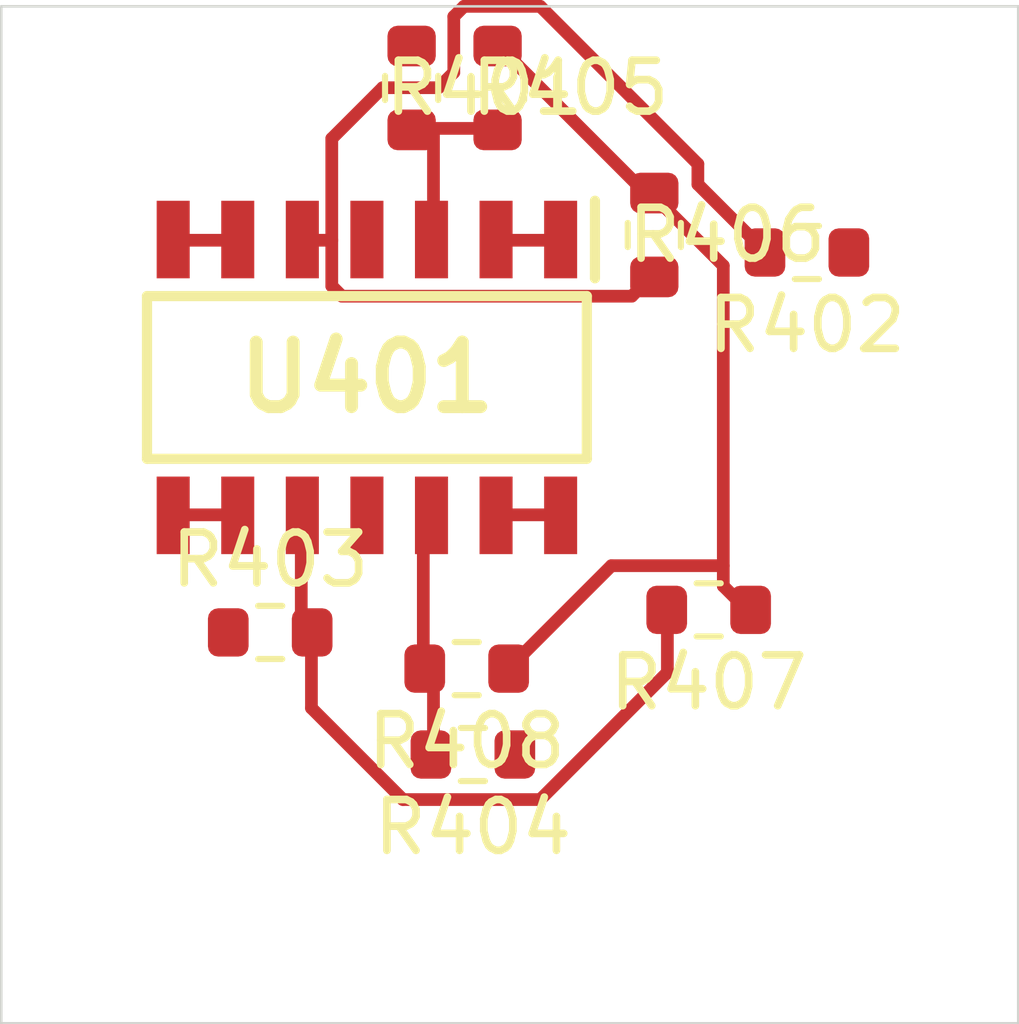
<source format=kicad_pcb>
 ( kicad_pcb  ( version 20171130 )
 ( host pcbnew 5.1.12-84ad8e8a86~92~ubuntu18.04.1 )
 ( general  ( thickness 1.6 )
 ( drawings 4 )
 ( tracks 0 )
 ( zones 0 )
 ( modules 9 )
 ( nets 14 )
)
 ( page A4 )
 ( layers  ( 0 F.Cu signal )
 ( 31 B.Cu signal )
 ( 32 B.Adhes user )
 ( 33 F.Adhes user )
 ( 34 B.Paste user )
 ( 35 F.Paste user )
 ( 36 B.SilkS user )
 ( 37 F.SilkS user )
 ( 38 B.Mask user )
 ( 39 F.Mask user )
 ( 40 Dwgs.User user )
 ( 41 Cmts.User user )
 ( 42 Eco1.User user )
 ( 43 Eco2.User user )
 ( 44 Edge.Cuts user )
 ( 45 Margin user )
 ( 46 B.CrtYd user )
 ( 47 F.CrtYd user )
 ( 48 B.Fab user )
 ( 49 F.Fab user )
)
 ( setup  ( last_trace_width 0.25 )
 ( trace_clearance 0.2 )
 ( zone_clearance 0.508 )
 ( zone_45_only no )
 ( trace_min 0.2 )
 ( via_size 0.8 )
 ( via_drill 0.4 )
 ( via_min_size 0.4 )
 ( via_min_drill 0.3 )
 ( uvia_size 0.3 )
 ( uvia_drill 0.1 )
 ( uvias_allowed no )
 ( uvia_min_size 0.2 )
 ( uvia_min_drill 0.1 )
 ( edge_width 0.05 )
 ( segment_width 0.2 )
 ( pcb_text_width 0.3 )
 ( pcb_text_size 1.5 1.5 )
 ( mod_edge_width 0.12 )
 ( mod_text_size 1 1 )
 ( mod_text_width 0.15 )
 ( pad_size 1.524 1.524 )
 ( pad_drill 0.762 )
 ( pad_to_mask_clearance 0 )
 ( aux_axis_origin 0 0 )
 ( visible_elements FFFFFF7F )
 ( pcbplotparams  ( layerselection 0x010fc_ffffffff )
 ( usegerberextensions false )
 ( usegerberattributes true )
 ( usegerberadvancedattributes true )
 ( creategerberjobfile true )
 ( excludeedgelayer true )
 ( linewidth 0.100000 )
 ( plotframeref false )
 ( viasonmask false )
 ( mode 1 )
 ( useauxorigin false )
 ( hpglpennumber 1 )
 ( hpglpenspeed 20 )
 ( hpglpendiameter 15.000000 )
 ( psnegative false )
 ( psa4output false )
 ( plotreference true )
 ( plotvalue true )
 ( plotinvisibletext false )
 ( padsonsilk false )
 ( subtractmaskfromsilk false )
 ( outputformat 1 )
 ( mirror false )
 ( drillshape 1 )
 ( scaleselection 1 )
 ( outputdirectory "" )
)
)
 ( net 0 "" )
 ( net 1 /Sheet6235D886/vp )
 ( net 2 /Sheet6248AD22/chn0 )
 ( net 3 /Sheet6248AD22/chn1 )
 ( net 4 /Sheet6248AD22/chn2 )
 ( net 5 /Sheet6248AD22/chn3 )
 ( net 6 "Net-(R401-Pad2)" )
 ( net 7 "Net-(R402-Pad2)" )
 ( net 8 "Net-(R403-Pad2)" )
 ( net 9 "Net-(R404-Pad2)" )
 ( net 10 /Sheet6248AD22/chn0_n )
 ( net 11 /Sheet6248AD22/chn1_n )
 ( net 12 /Sheet6248AD22/chn2_n )
 ( net 13 /Sheet6248AD22/chn3_n )
 ( net_class Default "This is the default net class."  ( clearance 0.2 )
 ( trace_width 0.25 )
 ( via_dia 0.8 )
 ( via_drill 0.4 )
 ( uvia_dia 0.3 )
 ( uvia_drill 0.1 )
 ( add_net /Sheet6235D886/vp )
 ( add_net /Sheet6248AD22/chn0 )
 ( add_net /Sheet6248AD22/chn0_n )
 ( add_net /Sheet6248AD22/chn1 )
 ( add_net /Sheet6248AD22/chn1_n )
 ( add_net /Sheet6248AD22/chn2 )
 ( add_net /Sheet6248AD22/chn2_n )
 ( add_net /Sheet6248AD22/chn3 )
 ( add_net /Sheet6248AD22/chn3_n )
 ( add_net "Net-(R401-Pad2)" )
 ( add_net "Net-(R402-Pad2)" )
 ( add_net "Net-(R403-Pad2)" )
 ( add_net "Net-(R404-Pad2)" )
)
 ( module Resistor_SMD:R_0603_1608Metric  ( layer F.Cu )
 ( tedit 5F68FEEE )
 ( tstamp 623425C8 )
 ( at 88.070161 101.605000 270.000000 )
 ( descr "Resistor SMD 0603 (1608 Metric), square (rectangular) end terminal, IPC_7351 nominal, (Body size source: IPC-SM-782 page 72, https://www.pcb-3d.com/wordpress/wp-content/uploads/ipc-sm-782a_amendment_1_and_2.pdf), generated with kicad-footprint-generator" )
 ( tags resistor )
 ( path /6248AD23/6249ADFD )
 ( attr smd )
 ( fp_text reference R401  ( at 0 -1.43 )
 ( layer F.SilkS )
 ( effects  ( font  ( size 1 1 )
 ( thickness 0.15 )
)
)
)
 ( fp_text value 10M  ( at 0 1.43 )
 ( layer F.Fab )
 ( effects  ( font  ( size 1 1 )
 ( thickness 0.15 )
)
)
)
 ( fp_line  ( start -0.8 0.4125 )
 ( end -0.8 -0.4125 )
 ( layer F.Fab )
 ( width 0.1 )
)
 ( fp_line  ( start -0.8 -0.4125 )
 ( end 0.8 -0.4125 )
 ( layer F.Fab )
 ( width 0.1 )
)
 ( fp_line  ( start 0.8 -0.4125 )
 ( end 0.8 0.4125 )
 ( layer F.Fab )
 ( width 0.1 )
)
 ( fp_line  ( start 0.8 0.4125 )
 ( end -0.8 0.4125 )
 ( layer F.Fab )
 ( width 0.1 )
)
 ( fp_line  ( start -0.237258 -0.5225 )
 ( end 0.237258 -0.5225 )
 ( layer F.SilkS )
 ( width 0.12 )
)
 ( fp_line  ( start -0.237258 0.5225 )
 ( end 0.237258 0.5225 )
 ( layer F.SilkS )
 ( width 0.12 )
)
 ( fp_line  ( start -1.48 0.73 )
 ( end -1.48 -0.73 )
 ( layer F.CrtYd )
 ( width 0.05 )
)
 ( fp_line  ( start -1.48 -0.73 )
 ( end 1.48 -0.73 )
 ( layer F.CrtYd )
 ( width 0.05 )
)
 ( fp_line  ( start 1.48 -0.73 )
 ( end 1.48 0.73 )
 ( layer F.CrtYd )
 ( width 0.05 )
)
 ( fp_line  ( start 1.48 0.73 )
 ( end -1.48 0.73 )
 ( layer F.CrtYd )
 ( width 0.05 )
)
 ( fp_text user %R  ( at 0 0 )
 ( layer F.Fab )
 ( effects  ( font  ( size 0.4 0.4 )
 ( thickness 0.06 )
)
)
)
 ( pad 2 smd roundrect  ( at 0.825 0 270.000000 )
 ( size 0.8 0.95 )
 ( layers F.Cu F.Mask F.Paste )
 ( roundrect_rratio 0.25 )
 ( net 6 "Net-(R401-Pad2)" )
)
 ( pad 1 smd roundrect  ( at -0.825 0 270.000000 )
 ( size 0.8 0.95 )
 ( layers F.Cu F.Mask F.Paste )
 ( roundrect_rratio 0.25 )
 ( net 10 /Sheet6248AD22/chn0_n )
)
 ( model ${KISYS3DMOD}/Resistor_SMD.3dshapes/R_0603_1608Metric.wrl  ( at  ( xyz 0 0 0 )
)
 ( scale  ( xyz 1 1 1 )
)
 ( rotate  ( xyz 0 0 0 )
)
)
)
 ( module Resistor_SMD:R_0603_1608Metric  ( layer F.Cu )
 ( tedit 5F68FEEE )
 ( tstamp 623425D9 )
 ( at 95.844685 104.840641 180.000000 )
 ( descr "Resistor SMD 0603 (1608 Metric), square (rectangular) end terminal, IPC_7351 nominal, (Body size source: IPC-SM-782 page 72, https://www.pcb-3d.com/wordpress/wp-content/uploads/ipc-sm-782a_amendment_1_and_2.pdf), generated with kicad-footprint-generator" )
 ( tags resistor )
 ( path /6248AD23/6249B75E )
 ( attr smd )
 ( fp_text reference R402  ( at 0 -1.43 )
 ( layer F.SilkS )
 ( effects  ( font  ( size 1 1 )
 ( thickness 0.15 )
)
)
)
 ( fp_text value 10M  ( at 0 1.43 )
 ( layer F.Fab )
 ( effects  ( font  ( size 1 1 )
 ( thickness 0.15 )
)
)
)
 ( fp_line  ( start 1.48 0.73 )
 ( end -1.48 0.73 )
 ( layer F.CrtYd )
 ( width 0.05 )
)
 ( fp_line  ( start 1.48 -0.73 )
 ( end 1.48 0.73 )
 ( layer F.CrtYd )
 ( width 0.05 )
)
 ( fp_line  ( start -1.48 -0.73 )
 ( end 1.48 -0.73 )
 ( layer F.CrtYd )
 ( width 0.05 )
)
 ( fp_line  ( start -1.48 0.73 )
 ( end -1.48 -0.73 )
 ( layer F.CrtYd )
 ( width 0.05 )
)
 ( fp_line  ( start -0.237258 0.5225 )
 ( end 0.237258 0.5225 )
 ( layer F.SilkS )
 ( width 0.12 )
)
 ( fp_line  ( start -0.237258 -0.5225 )
 ( end 0.237258 -0.5225 )
 ( layer F.SilkS )
 ( width 0.12 )
)
 ( fp_line  ( start 0.8 0.4125 )
 ( end -0.8 0.4125 )
 ( layer F.Fab )
 ( width 0.1 )
)
 ( fp_line  ( start 0.8 -0.4125 )
 ( end 0.8 0.4125 )
 ( layer F.Fab )
 ( width 0.1 )
)
 ( fp_line  ( start -0.8 -0.4125 )
 ( end 0.8 -0.4125 )
 ( layer F.Fab )
 ( width 0.1 )
)
 ( fp_line  ( start -0.8 0.4125 )
 ( end -0.8 -0.4125 )
 ( layer F.Fab )
 ( width 0.1 )
)
 ( fp_text user %R  ( at 0 0 )
 ( layer F.Fab )
 ( effects  ( font  ( size 0.4 0.4 )
 ( thickness 0.06 )
)
)
)
 ( pad 1 smd roundrect  ( at -0.825 0 180.000000 )
 ( size 0.8 0.95 )
 ( layers F.Cu F.Mask F.Paste )
 ( roundrect_rratio 0.25 )
 ( net 11 /Sheet6248AD22/chn1_n )
)
 ( pad 2 smd roundrect  ( at 0.825 0 180.000000 )
 ( size 0.8 0.95 )
 ( layers F.Cu F.Mask F.Paste )
 ( roundrect_rratio 0.25 )
 ( net 7 "Net-(R402-Pad2)" )
)
 ( model ${KISYS3DMOD}/Resistor_SMD.3dshapes/R_0603_1608Metric.wrl  ( at  ( xyz 0 0 0 )
)
 ( scale  ( xyz 1 1 1 )
)
 ( rotate  ( xyz 0 0 0 )
)
)
)
 ( module Resistor_SMD:R_0603_1608Metric  ( layer F.Cu )
 ( tedit 5F68FEEE )
 ( tstamp 623425EA )
 ( at 85.289319 112.312544 )
 ( descr "Resistor SMD 0603 (1608 Metric), square (rectangular) end terminal, IPC_7351 nominal, (Body size source: IPC-SM-782 page 72, https://www.pcb-3d.com/wordpress/wp-content/uploads/ipc-sm-782a_amendment_1_and_2.pdf), generated with kicad-footprint-generator" )
 ( tags resistor )
 ( path /6248AD23/6249FB7A )
 ( attr smd )
 ( fp_text reference R403  ( at 0 -1.43 )
 ( layer F.SilkS )
 ( effects  ( font  ( size 1 1 )
 ( thickness 0.15 )
)
)
)
 ( fp_text value 10M  ( at 0 1.43 )
 ( layer F.Fab )
 ( effects  ( font  ( size 1 1 )
 ( thickness 0.15 )
)
)
)
 ( fp_line  ( start 1.48 0.73 )
 ( end -1.48 0.73 )
 ( layer F.CrtYd )
 ( width 0.05 )
)
 ( fp_line  ( start 1.48 -0.73 )
 ( end 1.48 0.73 )
 ( layer F.CrtYd )
 ( width 0.05 )
)
 ( fp_line  ( start -1.48 -0.73 )
 ( end 1.48 -0.73 )
 ( layer F.CrtYd )
 ( width 0.05 )
)
 ( fp_line  ( start -1.48 0.73 )
 ( end -1.48 -0.73 )
 ( layer F.CrtYd )
 ( width 0.05 )
)
 ( fp_line  ( start -0.237258 0.5225 )
 ( end 0.237258 0.5225 )
 ( layer F.SilkS )
 ( width 0.12 )
)
 ( fp_line  ( start -0.237258 -0.5225 )
 ( end 0.237258 -0.5225 )
 ( layer F.SilkS )
 ( width 0.12 )
)
 ( fp_line  ( start 0.8 0.4125 )
 ( end -0.8 0.4125 )
 ( layer F.Fab )
 ( width 0.1 )
)
 ( fp_line  ( start 0.8 -0.4125 )
 ( end 0.8 0.4125 )
 ( layer F.Fab )
 ( width 0.1 )
)
 ( fp_line  ( start -0.8 -0.4125 )
 ( end 0.8 -0.4125 )
 ( layer F.Fab )
 ( width 0.1 )
)
 ( fp_line  ( start -0.8 0.4125 )
 ( end -0.8 -0.4125 )
 ( layer F.Fab )
 ( width 0.1 )
)
 ( fp_text user %R  ( at 0 0 )
 ( layer F.Fab )
 ( effects  ( font  ( size 0.4 0.4 )
 ( thickness 0.06 )
)
)
)
 ( pad 1 smd roundrect  ( at -0.825 0 )
 ( size 0.8 0.95 )
 ( layers F.Cu F.Mask F.Paste )
 ( roundrect_rratio 0.25 )
 ( net 12 /Sheet6248AD22/chn2_n )
)
 ( pad 2 smd roundrect  ( at 0.825 0 )
 ( size 0.8 0.95 )
 ( layers F.Cu F.Mask F.Paste )
 ( roundrect_rratio 0.25 )
 ( net 8 "Net-(R403-Pad2)" )
)
 ( model ${KISYS3DMOD}/Resistor_SMD.3dshapes/R_0603_1608Metric.wrl  ( at  ( xyz 0 0 0 )
)
 ( scale  ( xyz 1 1 1 )
)
 ( rotate  ( xyz 0 0 0 )
)
)
)
 ( module Resistor_SMD:R_0603_1608Metric  ( layer F.Cu )
 ( tedit 5F68FEEE )
 ( tstamp 623425FB )
 ( at 89.275319 114.713594 180.000000 )
 ( descr "Resistor SMD 0603 (1608 Metric), square (rectangular) end terminal, IPC_7351 nominal, (Body size source: IPC-SM-782 page 72, https://www.pcb-3d.com/wordpress/wp-content/uploads/ipc-sm-782a_amendment_1_and_2.pdf), generated with kicad-footprint-generator" )
 ( tags resistor )
 ( path /6248AD23/6249FB74 )
 ( attr smd )
 ( fp_text reference R404  ( at 0 -1.43 )
 ( layer F.SilkS )
 ( effects  ( font  ( size 1 1 )
 ( thickness 0.15 )
)
)
)
 ( fp_text value 10M  ( at 0 1.43 )
 ( layer F.Fab )
 ( effects  ( font  ( size 1 1 )
 ( thickness 0.15 )
)
)
)
 ( fp_line  ( start -0.8 0.4125 )
 ( end -0.8 -0.4125 )
 ( layer F.Fab )
 ( width 0.1 )
)
 ( fp_line  ( start -0.8 -0.4125 )
 ( end 0.8 -0.4125 )
 ( layer F.Fab )
 ( width 0.1 )
)
 ( fp_line  ( start 0.8 -0.4125 )
 ( end 0.8 0.4125 )
 ( layer F.Fab )
 ( width 0.1 )
)
 ( fp_line  ( start 0.8 0.4125 )
 ( end -0.8 0.4125 )
 ( layer F.Fab )
 ( width 0.1 )
)
 ( fp_line  ( start -0.237258 -0.5225 )
 ( end 0.237258 -0.5225 )
 ( layer F.SilkS )
 ( width 0.12 )
)
 ( fp_line  ( start -0.237258 0.5225 )
 ( end 0.237258 0.5225 )
 ( layer F.SilkS )
 ( width 0.12 )
)
 ( fp_line  ( start -1.48 0.73 )
 ( end -1.48 -0.73 )
 ( layer F.CrtYd )
 ( width 0.05 )
)
 ( fp_line  ( start -1.48 -0.73 )
 ( end 1.48 -0.73 )
 ( layer F.CrtYd )
 ( width 0.05 )
)
 ( fp_line  ( start 1.48 -0.73 )
 ( end 1.48 0.73 )
 ( layer F.CrtYd )
 ( width 0.05 )
)
 ( fp_line  ( start 1.48 0.73 )
 ( end -1.48 0.73 )
 ( layer F.CrtYd )
 ( width 0.05 )
)
 ( fp_text user %R  ( at 0 0 )
 ( layer F.Fab )
 ( effects  ( font  ( size 0.4 0.4 )
 ( thickness 0.06 )
)
)
)
 ( pad 2 smd roundrect  ( at 0.825 0 180.000000 )
 ( size 0.8 0.95 )
 ( layers F.Cu F.Mask F.Paste )
 ( roundrect_rratio 0.25 )
 ( net 9 "Net-(R404-Pad2)" )
)
 ( pad 1 smd roundrect  ( at -0.825 0 180.000000 )
 ( size 0.8 0.95 )
 ( layers F.Cu F.Mask F.Paste )
 ( roundrect_rratio 0.25 )
 ( net 13 /Sheet6248AD22/chn3_n )
)
 ( model ${KISYS3DMOD}/Resistor_SMD.3dshapes/R_0603_1608Metric.wrl  ( at  ( xyz 0 0 0 )
)
 ( scale  ( xyz 1 1 1 )
)
 ( rotate  ( xyz 0 0 0 )
)
)
)
 ( module Resistor_SMD:R_0603_1608Metric  ( layer F.Cu )
 ( tedit 5F68FEEE )
 ( tstamp 6234260C )
 ( at 89.760781 101.605000 270.000000 )
 ( descr "Resistor SMD 0603 (1608 Metric), square (rectangular) end terminal, IPC_7351 nominal, (Body size source: IPC-SM-782 page 72, https://www.pcb-3d.com/wordpress/wp-content/uploads/ipc-sm-782a_amendment_1_and_2.pdf), generated with kicad-footprint-generator" )
 ( tags resistor )
 ( path /6248AD23/62497F62 )
 ( attr smd )
 ( fp_text reference R405  ( at 0 -1.43 )
 ( layer F.SilkS )
 ( effects  ( font  ( size 1 1 )
 ( thickness 0.15 )
)
)
)
 ( fp_text value 750k  ( at 0 1.43 )
 ( layer F.Fab )
 ( effects  ( font  ( size 1 1 )
 ( thickness 0.15 )
)
)
)
 ( fp_line  ( start -0.8 0.4125 )
 ( end -0.8 -0.4125 )
 ( layer F.Fab )
 ( width 0.1 )
)
 ( fp_line  ( start -0.8 -0.4125 )
 ( end 0.8 -0.4125 )
 ( layer F.Fab )
 ( width 0.1 )
)
 ( fp_line  ( start 0.8 -0.4125 )
 ( end 0.8 0.4125 )
 ( layer F.Fab )
 ( width 0.1 )
)
 ( fp_line  ( start 0.8 0.4125 )
 ( end -0.8 0.4125 )
 ( layer F.Fab )
 ( width 0.1 )
)
 ( fp_line  ( start -0.237258 -0.5225 )
 ( end 0.237258 -0.5225 )
 ( layer F.SilkS )
 ( width 0.12 )
)
 ( fp_line  ( start -0.237258 0.5225 )
 ( end 0.237258 0.5225 )
 ( layer F.SilkS )
 ( width 0.12 )
)
 ( fp_line  ( start -1.48 0.73 )
 ( end -1.48 -0.73 )
 ( layer F.CrtYd )
 ( width 0.05 )
)
 ( fp_line  ( start -1.48 -0.73 )
 ( end 1.48 -0.73 )
 ( layer F.CrtYd )
 ( width 0.05 )
)
 ( fp_line  ( start 1.48 -0.73 )
 ( end 1.48 0.73 )
 ( layer F.CrtYd )
 ( width 0.05 )
)
 ( fp_line  ( start 1.48 0.73 )
 ( end -1.48 0.73 )
 ( layer F.CrtYd )
 ( width 0.05 )
)
 ( fp_text user %R  ( at 0 0 )
 ( layer F.Fab )
 ( effects  ( font  ( size 0.4 0.4 )
 ( thickness 0.06 )
)
)
)
 ( pad 2 smd roundrect  ( at 0.825 0 270.000000 )
 ( size 0.8 0.95 )
 ( layers F.Cu F.Mask F.Paste )
 ( roundrect_rratio 0.25 )
 ( net 6 "Net-(R401-Pad2)" )
)
 ( pad 1 smd roundrect  ( at -0.825 0 270.000000 )
 ( size 0.8 0.95 )
 ( layers F.Cu F.Mask F.Paste )
 ( roundrect_rratio 0.25 )
 ( net 1 /Sheet6235D886/vp )
)
 ( model ${KISYS3DMOD}/Resistor_SMD.3dshapes/R_0603_1608Metric.wrl  ( at  ( xyz 0 0 0 )
)
 ( scale  ( xyz 1 1 1 )
)
 ( rotate  ( xyz 0 0 0 )
)
)
)
 ( module Resistor_SMD:R_0603_1608Metric  ( layer F.Cu )
 ( tedit 5F68FEEE )
 ( tstamp 6234261D )
 ( at 92.843420 104.496422 270.000000 )
 ( descr "Resistor SMD 0603 (1608 Metric), square (rectangular) end terminal, IPC_7351 nominal, (Body size source: IPC-SM-782 page 72, https://www.pcb-3d.com/wordpress/wp-content/uploads/ipc-sm-782a_amendment_1_and_2.pdf), generated with kicad-footprint-generator" )
 ( tags resistor )
 ( path /6248AD23/62499098 )
 ( attr smd )
 ( fp_text reference R406  ( at 0 -1.43 )
 ( layer F.SilkS )
 ( effects  ( font  ( size 1 1 )
 ( thickness 0.15 )
)
)
)
 ( fp_text value 750k  ( at 0 1.43 )
 ( layer F.Fab )
 ( effects  ( font  ( size 1 1 )
 ( thickness 0.15 )
)
)
)
 ( fp_line  ( start 1.48 0.73 )
 ( end -1.48 0.73 )
 ( layer F.CrtYd )
 ( width 0.05 )
)
 ( fp_line  ( start 1.48 -0.73 )
 ( end 1.48 0.73 )
 ( layer F.CrtYd )
 ( width 0.05 )
)
 ( fp_line  ( start -1.48 -0.73 )
 ( end 1.48 -0.73 )
 ( layer F.CrtYd )
 ( width 0.05 )
)
 ( fp_line  ( start -1.48 0.73 )
 ( end -1.48 -0.73 )
 ( layer F.CrtYd )
 ( width 0.05 )
)
 ( fp_line  ( start -0.237258 0.5225 )
 ( end 0.237258 0.5225 )
 ( layer F.SilkS )
 ( width 0.12 )
)
 ( fp_line  ( start -0.237258 -0.5225 )
 ( end 0.237258 -0.5225 )
 ( layer F.SilkS )
 ( width 0.12 )
)
 ( fp_line  ( start 0.8 0.4125 )
 ( end -0.8 0.4125 )
 ( layer F.Fab )
 ( width 0.1 )
)
 ( fp_line  ( start 0.8 -0.4125 )
 ( end 0.8 0.4125 )
 ( layer F.Fab )
 ( width 0.1 )
)
 ( fp_line  ( start -0.8 -0.4125 )
 ( end 0.8 -0.4125 )
 ( layer F.Fab )
 ( width 0.1 )
)
 ( fp_line  ( start -0.8 0.4125 )
 ( end -0.8 -0.4125 )
 ( layer F.Fab )
 ( width 0.1 )
)
 ( fp_text user %R  ( at 0 0 )
 ( layer F.Fab )
 ( effects  ( font  ( size 0.4 0.4 )
 ( thickness 0.06 )
)
)
)
 ( pad 1 smd roundrect  ( at -0.825 0 270.000000 )
 ( size 0.8 0.95 )
 ( layers F.Cu F.Mask F.Paste )
 ( roundrect_rratio 0.25 )
 ( net 1 /Sheet6235D886/vp )
)
 ( pad 2 smd roundrect  ( at 0.825 0 270.000000 )
 ( size 0.8 0.95 )
 ( layers F.Cu F.Mask F.Paste )
 ( roundrect_rratio 0.25 )
 ( net 7 "Net-(R402-Pad2)" )
)
 ( model ${KISYS3DMOD}/Resistor_SMD.3dshapes/R_0603_1608Metric.wrl  ( at  ( xyz 0 0 0 )
)
 ( scale  ( xyz 1 1 1 )
)
 ( rotate  ( xyz 0 0 0 )
)
)
)
 ( module Resistor_SMD:R_0603_1608Metric  ( layer F.Cu )
 ( tedit 5F68FEEE )
 ( tstamp 6234262E )
 ( at 93.912566 111.868569 180.000000 )
 ( descr "Resistor SMD 0603 (1608 Metric), square (rectangular) end terminal, IPC_7351 nominal, (Body size source: IPC-SM-782 page 72, https://www.pcb-3d.com/wordpress/wp-content/uploads/ipc-sm-782a_amendment_1_and_2.pdf), generated with kicad-footprint-generator" )
 ( tags resistor )
 ( path /6248AD23/624A0FFB )
 ( attr smd )
 ( fp_text reference R407  ( at 0 -1.43 )
 ( layer F.SilkS )
 ( effects  ( font  ( size 1 1 )
 ( thickness 0.15 )
)
)
)
 ( fp_text value 1.5M  ( at 0 1.43 )
 ( layer F.Fab )
 ( effects  ( font  ( size 1 1 )
 ( thickness 0.15 )
)
)
)
 ( fp_line  ( start 1.48 0.73 )
 ( end -1.48 0.73 )
 ( layer F.CrtYd )
 ( width 0.05 )
)
 ( fp_line  ( start 1.48 -0.73 )
 ( end 1.48 0.73 )
 ( layer F.CrtYd )
 ( width 0.05 )
)
 ( fp_line  ( start -1.48 -0.73 )
 ( end 1.48 -0.73 )
 ( layer F.CrtYd )
 ( width 0.05 )
)
 ( fp_line  ( start -1.48 0.73 )
 ( end -1.48 -0.73 )
 ( layer F.CrtYd )
 ( width 0.05 )
)
 ( fp_line  ( start -0.237258 0.5225 )
 ( end 0.237258 0.5225 )
 ( layer F.SilkS )
 ( width 0.12 )
)
 ( fp_line  ( start -0.237258 -0.5225 )
 ( end 0.237258 -0.5225 )
 ( layer F.SilkS )
 ( width 0.12 )
)
 ( fp_line  ( start 0.8 0.4125 )
 ( end -0.8 0.4125 )
 ( layer F.Fab )
 ( width 0.1 )
)
 ( fp_line  ( start 0.8 -0.4125 )
 ( end 0.8 0.4125 )
 ( layer F.Fab )
 ( width 0.1 )
)
 ( fp_line  ( start -0.8 -0.4125 )
 ( end 0.8 -0.4125 )
 ( layer F.Fab )
 ( width 0.1 )
)
 ( fp_line  ( start -0.8 0.4125 )
 ( end -0.8 -0.4125 )
 ( layer F.Fab )
 ( width 0.1 )
)
 ( fp_text user %R  ( at 0 0 )
 ( layer F.Fab )
 ( effects  ( font  ( size 0.4 0.4 )
 ( thickness 0.06 )
)
)
)
 ( pad 1 smd roundrect  ( at -0.825 0 180.000000 )
 ( size 0.8 0.95 )
 ( layers F.Cu F.Mask F.Paste )
 ( roundrect_rratio 0.25 )
 ( net 1 /Sheet6235D886/vp )
)
 ( pad 2 smd roundrect  ( at 0.825 0 180.000000 )
 ( size 0.8 0.95 )
 ( layers F.Cu F.Mask F.Paste )
 ( roundrect_rratio 0.25 )
 ( net 8 "Net-(R403-Pad2)" )
)
 ( model ${KISYS3DMOD}/Resistor_SMD.3dshapes/R_0603_1608Metric.wrl  ( at  ( xyz 0 0 0 )
)
 ( scale  ( xyz 1 1 1 )
)
 ( rotate  ( xyz 0 0 0 )
)
)
)
 ( module Resistor_SMD:R_0603_1608Metric  ( layer F.Cu )
 ( tedit 5F68FEEE )
 ( tstamp 6234263F )
 ( at 89.153373 113.024443 180.000000 )
 ( descr "Resistor SMD 0603 (1608 Metric), square (rectangular) end terminal, IPC_7351 nominal, (Body size source: IPC-SM-782 page 72, https://www.pcb-3d.com/wordpress/wp-content/uploads/ipc-sm-782a_amendment_1_and_2.pdf), generated with kicad-footprint-generator" )
 ( tags resistor )
 ( path /6248AD23/624A093C )
 ( attr smd )
 ( fp_text reference R408  ( at 0 -1.43 )
 ( layer F.SilkS )
 ( effects  ( font  ( size 1 1 )
 ( thickness 0.15 )
)
)
)
 ( fp_text value 1.5M  ( at 0 1.43 )
 ( layer F.Fab )
 ( effects  ( font  ( size 1 1 )
 ( thickness 0.15 )
)
)
)
 ( fp_line  ( start -0.8 0.4125 )
 ( end -0.8 -0.4125 )
 ( layer F.Fab )
 ( width 0.1 )
)
 ( fp_line  ( start -0.8 -0.4125 )
 ( end 0.8 -0.4125 )
 ( layer F.Fab )
 ( width 0.1 )
)
 ( fp_line  ( start 0.8 -0.4125 )
 ( end 0.8 0.4125 )
 ( layer F.Fab )
 ( width 0.1 )
)
 ( fp_line  ( start 0.8 0.4125 )
 ( end -0.8 0.4125 )
 ( layer F.Fab )
 ( width 0.1 )
)
 ( fp_line  ( start -0.237258 -0.5225 )
 ( end 0.237258 -0.5225 )
 ( layer F.SilkS )
 ( width 0.12 )
)
 ( fp_line  ( start -0.237258 0.5225 )
 ( end 0.237258 0.5225 )
 ( layer F.SilkS )
 ( width 0.12 )
)
 ( fp_line  ( start -1.48 0.73 )
 ( end -1.48 -0.73 )
 ( layer F.CrtYd )
 ( width 0.05 )
)
 ( fp_line  ( start -1.48 -0.73 )
 ( end 1.48 -0.73 )
 ( layer F.CrtYd )
 ( width 0.05 )
)
 ( fp_line  ( start 1.48 -0.73 )
 ( end 1.48 0.73 )
 ( layer F.CrtYd )
 ( width 0.05 )
)
 ( fp_line  ( start 1.48 0.73 )
 ( end -1.48 0.73 )
 ( layer F.CrtYd )
 ( width 0.05 )
)
 ( fp_text user %R  ( at 0 0 )
 ( layer F.Fab )
 ( effects  ( font  ( size 0.4 0.4 )
 ( thickness 0.06 )
)
)
)
 ( pad 2 smd roundrect  ( at 0.825 0 180.000000 )
 ( size 0.8 0.95 )
 ( layers F.Cu F.Mask F.Paste )
 ( roundrect_rratio 0.25 )
 ( net 9 "Net-(R404-Pad2)" )
)
 ( pad 1 smd roundrect  ( at -0.825 0 180.000000 )
 ( size 0.8 0.95 )
 ( layers F.Cu F.Mask F.Paste )
 ( roundrect_rratio 0.25 )
 ( net 1 /Sheet6235D886/vp )
)
 ( model ${KISYS3DMOD}/Resistor_SMD.3dshapes/R_0603_1608Metric.wrl  ( at  ( xyz 0 0 0 )
)
 ( scale  ( xyz 1 1 1 )
)
 ( rotate  ( xyz 0 0 0 )
)
)
)
 ( module TL074HIDR:SOIC127P600X175-14N locked  ( layer F.Cu )
 ( tedit 62336F37 )
 ( tstamp 62342709 )
 ( at 87.191000 107.298000 270.000000 )
 ( descr "D (-R-PDSO-G14)" )
 ( tags "Integrated Circuit" )
 ( path /6248AD23/624976B2 )
 ( attr smd )
 ( fp_text reference U401  ( at 0 0 )
 ( layer F.SilkS )
 ( effects  ( font  ( size 1.27 1.27 )
 ( thickness 0.254 )
)
)
)
 ( fp_text value TL074  ( at 0 0 )
 ( layer F.SilkS )
hide  ( effects  ( font  ( size 1.27 1.27 )
 ( thickness 0.254 )
)
)
)
 ( fp_line  ( start -3.725 -4.625 )
 ( end 3.725 -4.625 )
 ( layer Dwgs.User )
 ( width 0.05 )
)
 ( fp_line  ( start 3.725 -4.625 )
 ( end 3.725 4.625 )
 ( layer Dwgs.User )
 ( width 0.05 )
)
 ( fp_line  ( start 3.725 4.625 )
 ( end -3.725 4.625 )
 ( layer Dwgs.User )
 ( width 0.05 )
)
 ( fp_line  ( start -3.725 4.625 )
 ( end -3.725 -4.625 )
 ( layer Dwgs.User )
 ( width 0.05 )
)
 ( fp_line  ( start -1.95 -4.325 )
 ( end 1.95 -4.325 )
 ( layer Dwgs.User )
 ( width 0.1 )
)
 ( fp_line  ( start 1.95 -4.325 )
 ( end 1.95 4.325 )
 ( layer Dwgs.User )
 ( width 0.1 )
)
 ( fp_line  ( start 1.95 4.325 )
 ( end -1.95 4.325 )
 ( layer Dwgs.User )
 ( width 0.1 )
)
 ( fp_line  ( start -1.95 4.325 )
 ( end -1.95 -4.325 )
 ( layer Dwgs.User )
 ( width 0.1 )
)
 ( fp_line  ( start -1.95 -3.055 )
 ( end -0.68 -4.325 )
 ( layer Dwgs.User )
 ( width 0.1 )
)
 ( fp_line  ( start -1.6 -4.325 )
 ( end 1.6 -4.325 )
 ( layer F.SilkS )
 ( width 0.2 )
)
 ( fp_line  ( start 1.6 -4.325 )
 ( end 1.6 4.325 )
 ( layer F.SilkS )
 ( width 0.2 )
)
 ( fp_line  ( start 1.6 4.325 )
 ( end -1.6 4.325 )
 ( layer F.SilkS )
 ( width 0.2 )
)
 ( fp_line  ( start -1.6 4.325 )
 ( end -1.6 -4.325 )
 ( layer F.SilkS )
 ( width 0.2 )
)
 ( fp_line  ( start -3.475 -4.485 )
 ( end -1.95 -4.485 )
 ( layer F.SilkS )
 ( width 0.2 )
)
 ( pad 1 smd rect  ( at -2.712 -3.81 )
 ( size 0.65 1.525 )
 ( layers F.Cu F.Mask F.Paste )
 ( net 2 /Sheet6248AD22/chn0 )
)
 ( pad 2 smd rect  ( at -2.712 -2.54 )
 ( size 0.65 1.525 )
 ( layers F.Cu F.Mask F.Paste )
 ( net 2 /Sheet6248AD22/chn0 )
)
 ( pad 3 smd rect  ( at -2.712 -1.27 )
 ( size 0.65 1.525 )
 ( layers F.Cu F.Mask F.Paste )
 ( net 6 "Net-(R401-Pad2)" )
)
 ( pad 4 smd rect  ( at -2.712 0 )
 ( size 0.65 1.525 )
 ( layers F.Cu F.Mask F.Paste )
)
 ( pad 5 smd rect  ( at -2.712 1.27 )
 ( size 0.65 1.525 )
 ( layers F.Cu F.Mask F.Paste )
 ( net 7 "Net-(R402-Pad2)" )
)
 ( pad 6 smd rect  ( at -2.712 2.54 )
 ( size 0.65 1.525 )
 ( layers F.Cu F.Mask F.Paste )
 ( net 3 /Sheet6248AD22/chn1 )
)
 ( pad 7 smd rect  ( at -2.712 3.81 )
 ( size 0.65 1.525 )
 ( layers F.Cu F.Mask F.Paste )
 ( net 3 /Sheet6248AD22/chn1 )
)
 ( pad 8 smd rect  ( at 2.712 3.81 )
 ( size 0.65 1.525 )
 ( layers F.Cu F.Mask F.Paste )
 ( net 4 /Sheet6248AD22/chn2 )
)
 ( pad 9 smd rect  ( at 2.712 2.54 )
 ( size 0.65 1.525 )
 ( layers F.Cu F.Mask F.Paste )
 ( net 4 /Sheet6248AD22/chn2 )
)
 ( pad 10 smd rect  ( at 2.712 1.27 )
 ( size 0.65 1.525 )
 ( layers F.Cu F.Mask F.Paste )
 ( net 8 "Net-(R403-Pad2)" )
)
 ( pad 11 smd rect  ( at 2.712 0 )
 ( size 0.65 1.525 )
 ( layers F.Cu F.Mask F.Paste )
)
 ( pad 12 smd rect  ( at 2.712 -1.27 )
 ( size 0.65 1.525 )
 ( layers F.Cu F.Mask F.Paste )
 ( net 9 "Net-(R404-Pad2)" )
)
 ( pad 13 smd rect  ( at 2.712 -2.54 )
 ( size 0.65 1.525 )
 ( layers F.Cu F.Mask F.Paste )
 ( net 5 /Sheet6248AD22/chn3 )
)
 ( pad 14 smd rect  ( at 2.712 -3.81 )
 ( size 0.65 1.525 )
 ( layers F.Cu F.Mask F.Paste )
 ( net 5 /Sheet6248AD22/chn3 )
)
)
 ( gr_line  ( start 100 100 )
 ( end 100 120 )
 ( layer Edge.Cuts )
 ( width 0.05 )
 ( tstamp 62E76D2A )
)
 ( gr_line  ( start 80 120 )
 ( end 100 120 )
 ( layer Edge.Cuts )
 ( width 0.05 )
 ( tstamp 62E76D27 )
)
 ( gr_line  ( start 80 100 )
 ( end 80 120 )
 ( layer Edge.Cuts )
 ( width 0.05 )
 ( tstamp 6234110C )
)
 ( gr_line  ( start 80 100 )
 ( end 100 100 )
 ( layer Edge.Cuts )
 ( width 0.05 )
)
 ( segment  ( start 92.800001 103.700002 )
 ( end 92.700001 103.700002 )
 ( width 0.250000 )
 ( layer F.Cu )
 ( net 1 )
)
 ( segment  ( start 92.700001 103.700002 )
 ( end 89.800001 100.800002 )
 ( width 0.250000 )
 ( layer F.Cu )
 ( net 1 )
)
 ( segment  ( start 94.700001 111.900002 )
 ( end 94.200001 111.400002 )
 ( width 0.250000 )
 ( layer F.Cu )
 ( net 1 )
)
 ( segment  ( start 94.200001 111.400002 )
 ( end 94.200001 105.100002 )
 ( width 0.250000 )
 ( layer F.Cu )
 ( net 1 )
)
 ( segment  ( start 94.200001 105.100002 )
 ( end 92.800001 103.700002 )
 ( width 0.250000 )
 ( layer F.Cu )
 ( net 1 )
)
 ( segment  ( start 90.000001 113.000002 )
 ( end 92.000001 111.000002 )
 ( width 0.250000 )
 ( layer F.Cu )
 ( net 1 )
)
 ( segment  ( start 92.000001 111.000002 )
 ( end 94.200001 111.000002 )
 ( width 0.250000 )
 ( layer F.Cu )
 ( net 1 )
)
 ( segment  ( start 89.700001 104.600002 )
 ( end 91.000001 104.600002 )
 ( width 0.250000 )
 ( layer F.Cu )
 ( net 2 )
)
 ( segment  ( start 83.400001 104.600002 )
 ( end 84.700001 104.600002 )
 ( width 0.250000 )
 ( layer F.Cu )
 ( net 3 )
)
 ( segment  ( start 84.700001 110.000002 )
 ( end 83.400001 110.000002 )
 ( width 0.250000 )
 ( layer F.Cu )
 ( net 4 )
)
 ( segment  ( start 91.000001 110.000002 )
 ( end 89.700001 110.000002 )
 ( width 0.250000 )
 ( layer F.Cu )
 ( net 5 )
)
 ( segment  ( start 89.800001 102.400002 )
 ( end 88.100001 102.400002 )
 ( width 0.250000 )
 ( layer F.Cu )
 ( net 6 )
)
 ( segment  ( start 88.500001 104.600002 )
 ( end 88.500001 102.400002 )
 ( width 0.250000 )
 ( layer F.Cu )
 ( net 6 )
)
 ( segment  ( start 92.800001 105.300002 )
 ( end 92.400001 105.700002 )
 ( width 0.250000 )
 ( layer F.Cu )
 ( net 7 )
)
 ( segment  ( start 92.400001 105.700002 )
 ( end 86.700001 105.700002 )
 ( width 0.250000 )
 ( layer F.Cu )
 ( net 7 )
)
 ( segment  ( start 86.700001 105.700002 )
 ( end 86.500001 105.500002 )
 ( width 0.250000 )
 ( layer F.Cu )
 ( net 7 )
)
 ( segment  ( start 86.500001 105.500002 )
 ( end 86.500001 102.600002 )
 ( width 0.250000 )
 ( layer F.Cu )
 ( net 7 )
)
 ( segment  ( start 86.500001 102.600002 )
 ( end 87.500001 101.600002 )
 ( width 0.250000 )
 ( layer F.Cu )
 ( net 7 )
)
 ( segment  ( start 87.500001 101.600002 )
 ( end 88.600001 101.600002 )
 ( width 0.250000 )
 ( layer F.Cu )
 ( net 7 )
)
 ( segment  ( start 88.600001 101.600002 )
 ( end 88.900001 101.300002 )
 ( width 0.250000 )
 ( layer F.Cu )
 ( net 7 )
)
 ( segment  ( start 88.900001 101.300002 )
 ( end 88.900001 100.200001 )
 ( width 0.250000 )
 ( layer F.Cu )
 ( net 7 )
)
 ( segment  ( start 88.900001 100.200001 )
 ( end 89.100001 100.000001 )
 ( width 0.250000 )
 ( layer F.Cu )
 ( net 7 )
)
 ( segment  ( start 89.100001 100.000001 )
 ( end 90.600001 100.000001 )
 ( width 0.250000 )
 ( layer F.Cu )
 ( net 7 )
)
 ( segment  ( start 90.600001 100.000001 )
 ( end 93.700001 103.100002 )
 ( width 0.250000 )
 ( layer F.Cu )
 ( net 7 )
)
 ( segment  ( start 93.700001 103.100002 )
 ( end 93.700001 103.500002 )
 ( width 0.250000 )
 ( layer F.Cu )
 ( net 7 )
)
 ( segment  ( start 93.700001 103.500002 )
 ( end 95.000001 104.800002 )
 ( width 0.250000 )
 ( layer F.Cu )
 ( net 7 )
)
 ( segment  ( start 85.900001 104.600002 )
 ( end 86.500001 104.600002 )
 ( width 0.250000 )
 ( layer F.Cu )
 ( net 7 )
)
 ( segment  ( start 93.100001 111.900002 )
 ( end 93.100001 113.100002 )
 ( width 0.250000 )
 ( layer F.Cu )
 ( net 8 )
)
 ( segment  ( start 93.100001 113.100002 )
 ( end 90.600001 115.600002 )
 ( width 0.250000 )
 ( layer F.Cu )
 ( net 8 )
)
 ( segment  ( start 90.600001 115.600002 )
 ( end 87.900001 115.600002 )
 ( width 0.250000 )
 ( layer F.Cu )
 ( net 8 )
)
 ( segment  ( start 87.900001 115.600002 )
 ( end 86.100001 113.800002 )
 ( width 0.250000 )
 ( layer F.Cu )
 ( net 8 )
)
 ( segment  ( start 86.100001 113.800002 )
 ( end 86.100001 112.300002 )
 ( width 0.250000 )
 ( layer F.Cu )
 ( net 8 )
)
 ( segment  ( start 85.900001 110.000002 )
 ( end 85.900001 112.100002 )
 ( width 0.250000 )
 ( layer F.Cu )
 ( net 8 )
)
 ( segment  ( start 85.900001 112.100002 )
 ( end 86.100001 112.300002 )
 ( width 0.250000 )
 ( layer F.Cu )
 ( net 8 )
)
 ( segment  ( start 88.300001 113.000002 )
 ( end 88.500001 113.200002 )
 ( width 0.250000 )
 ( layer F.Cu )
 ( net 9 )
)
 ( segment  ( start 88.500001 113.200002 )
 ( end 88.500001 114.700002 )
 ( width 0.250000 )
 ( layer F.Cu )
 ( net 9 )
)
 ( segment  ( start 88.500001 110.000002 )
 ( end 88.300001 110.200002 )
 ( width 0.250000 )
 ( layer F.Cu )
 ( net 9 )
)
 ( segment  ( start 88.300001 110.200002 )
 ( end 88.300001 113.000002 )
 ( width 0.250000 )
 ( layer F.Cu )
 ( net 9 )
)
)

</source>
